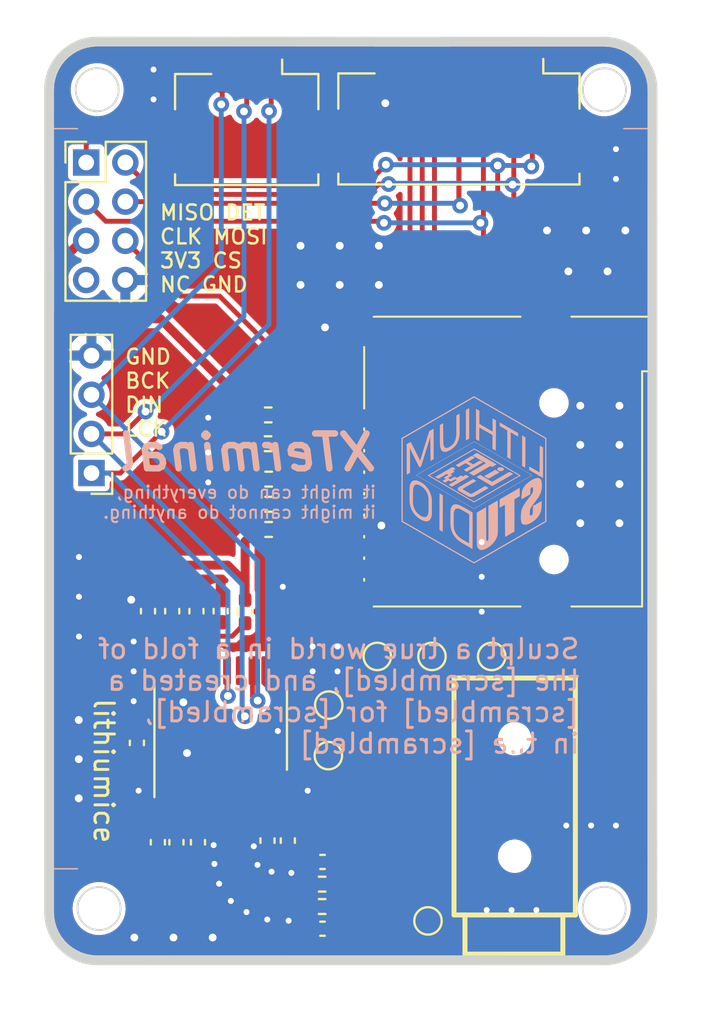
<source format=kicad_pcb>
(kicad_pcb (version 20211014) (generator pcbnew)
  (layers (0 "F.Cu" signal) (31 "B.Cu" signal) (34 "B.Paste" user) (35 "F.Paste" user) (36 "B.SilkS" user "B.Silkscreen") (37 "F.SilkS" user "F.Silkscreen") (38 "B.Mask" user) (39 "F.Mask" user) (44 "Edge.Cuts" user))
  (net 0 "")
  (net 1 "GND")
  (net 2 "+3.3VA")
  (net 3 "Net-(C6-Pad1)")
  (net 4 "Net-(C6-Pad2)")
  (net 5 "Net-(C7-Pad2)")
  (net 6 "Net-(C10-Pad2)")
  (net 8 "/SD_CS")
  (net 9 "/SD_MOSI")
  (net 10 "/SD_CLK")
  (net 11 "/SD_MISO")
  (net 13 "/SD_DET")
  (net 14 "/I2S_LCK")
  (net 15 "/I2S_DIN")
  (net 16 "/I2S_BCK")
  (net 17 "Net-(R6-Pad2)")
  (net 18 "Net-(R7-Pad2)")
  (net 19 "Net-(R8-Pad2)")
  (net 20 "Net-(TP2-Pad1)")
  (net 22 "/SKP_L")
  (net 23 "/SKP_R")
  (net 24 "/MIC")
  (footprint "Connector_Molex:Molex_CLIK-Mate_502382-0370_1x03-1MP_P1.25mm_Vertical" (layer "F.Cu") (at 174.94 83.06 180)
    (fp_text reference "J5" hide)
    (fp_text value "Conn_01x03")
    (pad "1" smd roundrect locked (at -1.25 1.95 180) (size 0.6 1.7) (layers "F.Cu" "F.Paste" "F.Mask") (net 14 "/I2S_LCK"))
    (pad "2" smd roundrect locked (at 0 1.95 180) (size 0.6 1.7) (layers "F.Cu" "F.Paste" "F.Mask") (net 15 "/I2S_DIN"))
    (pad "3" smd roundrect locked (at 1.25 1.95 180) (size 0.6 1.7) (layers "F.Cu" "F.Paste" "F.Mask") (net 16 "/I2S_BCK"))
    (pad "MP" smd roundrect locked (at 3.1 -1.4 180) (size 1 2.8) (layers "F.Cu" "F.Paste" "F.Mask"))
    (pad "MP" smd roundrect locked (at -3.1 -1.4 180) (size 1 2.8) (layers "F.Cu" "F.Paste" "F.Mask"))
  )
  (footprint "Package_SO:TSSOP-20_4.4x6.5mm_P0.65mm" (layer "F.Cu") (at 173.61 114.33 90)
    (fp_text reference "U1" hide)
    (fp_text value "PCM5102")
    (pad "1" smd roundrect locked (at -2.8625 -2.925 90) (size 1.475 0.4) (layers "F.Cu" "F.Paste" "F.Mask") (net 2 "+3.3VA"))
    (pad "2" smd roundrect locked (at -2.8625 -2.275 90) (size 1.475 0.4) (layers "F.Cu" "F.Paste" "F.Mask") (net 4 "Net-(C6-Pad2)"))
    (pad "3" smd roundrect locked (at -2.8625 -1.625 90) (size 1.475 0.4) (layers "F.Cu" "F.Paste" "F.Mask") (net 1 "GND"))
    (pad "4" smd roundrect locked (at -2.8625 -0.975 90) (size 1.475 0.4) (layers "F.Cu" "F.Paste" "F.Mask") (net 3 "Net-(C6-Pad1)"))
    (pad "5" smd roundrect locked (at -2.8625 -0.325 90) (size 1.475 0.4) (layers "F.Cu" "F.Paste" "F.Mask") (net 5 "Net-(C7-Pad2)"))
    (pad "6" smd roundrect locked (at -2.8625 0.325 90) (size 1.475 0.4) (layers "F.Cu" "F.Paste" "F.Mask") (net 18 "Net-(R7-Pad2)"))
    (pad "7" smd roundrect locked (at -2.8625 0.975 90) (size 1.475 0.4) (layers "F.Cu" "F.Paste" "F.Mask") (net 19 "Net-(R8-Pad2)"))
    (pad "8" smd roundrect locked (at -2.8625 1.625 90) (size 1.475 0.4) (layers "F.Cu" "F.Paste" "F.Mask") (net 2 "+3.3VA"))
    (pad "9" smd roundrect locked (at -2.8625 2.275 90) (size 1.475 0.4) (layers "F.Cu" "F.Paste" "F.Mask") (net 1 "GND"))
    (pad "10" smd roundrect locked (at -2.8625 2.925 90) (size 1.475 0.4) (layers "F.Cu" "F.Paste" "F.Mask") (net 1 "GND"))
    (pad "11" smd roundrect locked (at 2.8625 2.925 90) (size 1.475 0.4) (layers "F.Cu" "F.Paste" "F.Mask") (net 1 "GND"))
    (pad "12" smd roundrect locked (at 2.8625 2.275 90) (size 1.475 0.4) (layers "F.Cu" "F.Paste" "F.Mask") (net 20 "Net-(TP2-Pad1)"))
    (pad "13" smd roundrect locked (at 2.8625 1.625 90) (size 1.475 0.4) (layers "F.Cu" "F.Paste" "F.Mask") (net 16 "/I2S_BCK"))
    (pad "14" smd roundrect locked (at 2.8625 0.975 90) (size 1.475 0.4) (layers "F.Cu" "F.Paste" "F.Mask") (net 15 "/I2S_DIN"))
    (pad "15" smd roundrect locked (at 2.8625 0.325 90) (size 1.475 0.4) (layers "F.Cu" "F.Paste" "F.Mask") (net 14 "/I2S_LCK"))
    (pad "16" smd roundrect locked (at 2.8625 -0.325 90) (size 1.475 0.4) (layers "F.Cu" "F.Paste" "F.Mask") (net 1 "GND"))
    (pad "17" smd roundrect locked (at 2.8625 -0.975 90) (size 1.475 0.4) (layers "F.Cu" "F.Paste" "F.Mask") (net 17 "Net-(R6-Pad2)"))
    (pad "18" smd roundrect locked (at 2.8625 -1.625 90) (size 1.475 0.4) (layers "F.Cu" "F.Paste" "F.Mask") (net 6 "Net-(C10-Pad2)"))
    (pad "19" smd roundrect locked (at 2.8625 -2.275 90) (size 1.475 0.4) (layers "F.Cu" "F.Paste" "F.Mask") (net 1 "GND"))
    (pad "20" smd roundrect locked (at 2.8625 -2.925 90) (size 1.475 0.4) (layers "F.Cu" "F.Paste" "F.Mask") (net 2 "+3.3VA"))
  )
  (footprint "Capacitor_SMD:C_0402_1005Metric_Pad0.74x0.62mm_HandSolder" (layer "F.Cu") (at 171.135 108.4325 -90)
    (fp_text reference "C1" hide)
    (fp_text value "10uF")
    (pad "1" smd roundrect locked (at -0.5675 0 270) (size 0.735 0.62) (layers "F.Cu" "F.Paste" "F.Mask") (net 1 "GND"))
    (pad "2" smd roundrect locked (at 0.5675 0 270) (size 0.735 0.62) (layers "F.Cu" "F.Paste" "F.Mask") (net 2 "+3.3VA"))
  )
  (footprint "kicad_lceda:PJ327A" (layer "F.Cu") (at 188.6285 117.5475 90)
    (fp_text reference "PHONE1" hide)
    (fp_text value "PJ-327A")
    (pad "" np_thru_hole circle (at 2.6 0 180) (size 1.2 1.2) (drill oval 1.205 1.2) (layers *.Cu *.Mask))
    (pad "" np_thru_hole circle (at -3.4 0 180) (size 1.2 1.2) (drill oval 1.205 1.2) (layers *.Cu *.Mask))
    (pad "2" smd rect (at 3.1 3.5) (size 3 1.5) (layers "F.Cu" "F.Paste" "F.Mask") (net 22 "/SKP_L"))
    (pad "3" smd rect (at -3.8 3.5) (size 3 1.5) (layers "F.Cu" "F.Paste" "F.Mask") (net 1 "GND"))
    (pad "4" smd rect (at -4.7 -3.5) (size 3 1.5) (layers "F.Cu" "F.Paste" "F.Mask") (net 24 "/MIC"))
    (pad "5" smd rect (at -1.1 -3.5) (size 3 1.5) (layers "F.Cu" "F.Paste" "F.Mask") (net 23 "/SKP_R"))
    (pad "6" smd rect (at 4.7 -3.5) (size 3 1.5) (layers "F.Cu" "F.Paste" "F.Mask") (net 22 "/SKP_L"))
  )
  (footprint "Capacitor_SMD:C_0402_1005Metric_Pad0.74x0.62mm_HandSolder" (layer "F.Cu") (at 169.33 115.16 -90)
    (fp_text reference "C6" hide)
    (fp_text value "2.2uF")
    (pad "1" smd roundrect locked (at -0.5675 0 270) (size 0.735 0.62) (layers "F.Cu" "F.Paste" "F.Mask") (net 3 "Net-(C6-Pad1)"))
    (pad "2" smd roundrect locked (at 0.5675 0 270) (size 0.735 0.62) (layers "F.Cu" "F.Paste" "F.Mask") (net 4 "Net-(C6-Pad2)"))
  )
  (footprint "Capacitor_SMD:C_0402_1005Metric_Pad0.74x0.62mm_HandSolder" (layer "F.Cu") (at 178.8125 121.24)
    (fp_text reference "C12" hide)
    (fp_text value "2.2nF")
    (pad "1" smd roundrect locked (at -0.5675 0) (size 0.735 0.62) (layers "F.Cu" "F.Paste" "F.Mask") (net 1 "GND"))
    (pad "2" smd roundrect locked (at 0.5675 0) (size 0.735 0.62) (layers "F.Cu" "F.Paste" "F.Mask") (net 23 "/SKP_R"))
  )
  (footprint "TestPoint:TestPoint_Pad_D1.0mm" (layer "F.Cu") (at 179.11 115.81 90)
    (fp_text reference "TP1" hide)
    (fp_text value "TestPoint")
    (pad "1" smd circle locked (at 0 0 90) (size 1 1) (layers "F.Cu" "F.Mask") (net 17 "Net-(R6-Pad2)"))
  )
  (footprint "Capacitor_SMD:C_0402_1005Metric_Pad0.74x0.62mm_HandSolder" (layer "F.Cu") (at 169.8975 108.4325 -90)
    (fp_text reference "C3" hide)
    (fp_text value "100nF")
    (pad "1" smd roundrect locked (at -0.5675 0 270) (size 0.735 0.62) (layers "F.Cu" "F.Paste" "F.Mask") (net 1 "GND"))
    (pad "2" smd roundrect locked (at 0.5675 0 270) (size 0.735 0.62) (layers "F.Cu" "F.Paste" "F.Mask") (net 2 "+3.3VA"))
  )
  (footprint "Capacitor_SMD:C_0402_1005Metric_Pad0.74x0.62mm_HandSolder" (layer "F.Cu") (at 176 120.15 90)
    (fp_text reference "C5" hide)
    (fp_text value "100nF")
    (pad "1" smd roundrect locked (at -0.5675 0 90) (size 0.735 0.62) (layers "F.Cu" "F.Paste" "F.Mask") (net 1 "GND"))
    (pad "2" smd roundrect locked (at 0.5675 0 90) (size 0.735 0.62) (layers "F.Cu" "F.Paste" "F.Mask") (net 2 "+3.3VA"))
  )
  (footprint "TestPoint:TestPoint_Pad_D1.0mm" (layer "F.Cu") (at 184.404 110.744)
    (fp_text reference "TP6" hide)
    (fp_text value "TestPoint")
    (pad "1" smd circle locked (at 0 0) (size 1 1) (layers "F.Cu" "F.Mask") (net 1 "GND"))
  )
  (footprint "Capacitor_SMD:C_0402_1005Metric_Pad0.74x0.62mm_HandSolder" (layer "F.Cu") (at 171.35 120.2325 90)
    (fp_text reference "C2" hide)
    (fp_text value "10uF")
    (pad "1" smd roundrect locked (at -0.5675 0 90) (size 0.735 0.62) (layers "F.Cu" "F.Paste" "F.Mask") (net 1 "GND"))
    (pad "2" smd roundrect locked (at 0.5675 0 90) (size 0.735 0.62) (layers "F.Cu" "F.Paste" "F.Mask") (net 2 "+3.3VA"))
  )
  (footprint "TestPoint:TestPoint_Pad_D1.0mm" (layer "F.Cu") (at 181.61 110.744)
    (fp_text reference "TP5" hide)
    (fp_text value "TestPoint")
    (pad "1" smd circle locked (at 0 0) (size 1 1) (layers "F.Cu" "F.Mask") (net 23 "/SKP_R"))
  )
  (footprint "Resistor_SMD:R_0402_1005Metric_Pad0.72x0.64mm_HandSolder" (layer "F.Cu") (at 178.7925 122.373333 180)
    (fp_text reference "R8" hide)
    (fp_text value "470R")
    (pad "1" smd roundrect locked (at -0.5975 0 180) (size 0.715 0.64) (layers "F.Cu" "F.Paste" "F.Mask") (net 23 "/SKP_R"))
    (pad "2" smd roundrect locked (at 0.5975 0 180) (size 0.715 0.64) (layers "F.Cu" "F.Paste" "F.Mask") (net 19 "Net-(R8-Pad2)"))
  )
  (footprint "Capacitor_SMD:C_0402_1005Metric_Pad0.74x0.62mm_HandSolder" (layer "F.Cu") (at 177.04 120.15 90)
    (fp_text reference "C8" hide)
    (fp_text value "10uF")
    (pad "1" smd roundrect locked (at -0.5675 0 90) (size 0.735 0.62) (layers "F.Cu" "F.Paste" "F.Mask") (net 1 "GND"))
    (pad "2" smd roundrect locked (at 0.5675 0 90) (size 0.735 0.62) (layers "F.Cu" "F.Paste" "F.Mask") (net 2 "+3.3VA"))
  )
  (footprint "Capacitor_SMD:C_0402_1005Metric_Pad0.74x0.62mm_HandSolder" (layer "F.Cu") (at 172.45 120.2325 90)
    (fp_text reference "C7" hide)
    (fp_text value "2.2uF")
    (pad "1" smd roundrect locked (at -0.5675 0 90) (size 0.735 0.62) (layers "F.Cu" "F.Paste" "F.Mask") (net 1 "GND"))
    (pad "2" smd roundrect locked (at 0.5675 0 90) (size 0.735 0.62) (layers "F.Cu" "F.Paste" "F.Mask") (net 5 "Net-(C7-Pad2)"))
  )
  (footprint "Capacitor_SMD:C_0402_1005Metric_Pad0.74x0.62mm_HandSolder" (layer "F.Cu") (at 170.4 120.2325 90)
    (fp_text reference "C4" hide)
    (fp_text value "100nF")
    (pad "1" smd roundrect locked (at -0.5675 0 90) (size 0.735 0.62) (layers "F.Cu" "F.Paste" "F.Mask") (net 1 "GND"))
    (pad "2" smd roundrect locked (at 0.5675 0 90) (size 0.735 0.62) (layers "F.Cu" "F.Paste" "F.Mask") (net 2 "+3.3VA"))
  )
  (footprint "Resistor_SMD:R_0402_1005Metric_Pad0.72x0.64mm_HandSolder" (layer "F.Cu") (at 176.04 98.41)
    (fp_text reference "R1" hide)
    (fp_text value "10K")
    (pad "1" smd roundrect locked (at -0.5975 0) (size 0.715 0.64) (layers "F.Cu" "F.Paste" "F.Mask") (net 2 "+3.3VA"))
    (pad "2" smd roundrect locked (at 0.5975 0) (size 0.715 0.64) (layers "F.Cu" "F.Paste" "F.Mask") (net 8 "/SD_CS"))
  )
  (footprint "Resistor_SMD:R_0402_1005Metric_Pad0.72x0.64mm_HandSolder" (layer "F.Cu") (at 174.8575 108.4525 -90)
    (fp_text reference "R6" hide)
    (fp_text value "10K")
    (pad "1" smd roundrect locked (at -0.5975 0 270) (size 0.715 0.64) (layers "F.Cu" "F.Paste" "F.Mask") (net 2 "+3.3VA"))
    (pad "2" smd roundrect locked (at 0.5975 0 270) (size 0.715 0.64) (layers "F.Cu" "F.Paste" "F.Mask") (net 17 "Net-(R6-Pad2)"))
  )
  (footprint "Resistor_SMD:R_0402_1005Metric_Pad0.72x0.64mm_HandSolder" (layer "F.Cu") (at 176.061 102.975)
    (fp_text reference "R4" hide)
    (fp_text value "10K")
    (pad "1" smd roundrect locked (at -0.5975 0) (size 0.715 0.64) (layers "F.Cu" "F.Paste" "F.Mask") (net 2 "+3.3VA"))
    (pad "2" smd roundrect locked (at 0.5975 0) (size 0.715 0.64) (layers "F.Cu" "F.Paste" "F.Mask") (net 11 "/SD_MISO"))
  )
  (footprint "Connector_PinHeader_2.00mm:PinHeader_2x04_P2.00mm_Vertical" (layer "F.Cu") (at 166.74 85.52)
    (fp_text reference "J2" hide)
    (fp_text value "Conn_01x08")
    (pad "1" thru_hole rect locked (at 0 0) (size 1.35 1.35) (drill 0.8) (layers *.Cu *.Mask) (net 11 "/SD_MISO"))
    (pad "2" thru_hole oval locked (at 2 0) (size 1.35 1.35) (drill 0.8) (layers *.Cu *.Mask) (net 13 "/SD_DET"))
    (pad "3" thru_hole oval locked (at 0 2) (size 1.35 1.35) (drill 0.8) (layers *.Cu *.Mask) (net 10 "/SD_CLK"))
    (pad "4" thru_hole oval locked (at 2 2) (size 1.35 1.35) (drill 0.8) (layers *.Cu *.Mask) (net 9 "/SD_MOSI"))
    (pad "5" thru_hole oval locked (at 0 4) (size 1.35 1.35) (drill 0.8) (layers *.Cu *.Mask) (net 2 "+3.3VA"))
    (pad "6" thru_hole oval locked (at 2 4) (size 1.35 1.35) (drill 0.8) (layers *.Cu *.Mask) (net 8 "/SD_CS"))
    (pad "7" thru_hole oval locked (at 0 6) (size 1.35 1.35) (drill 0.8) (layers *.Cu *.Mask))
    (pad "8" thru_hole oval locked (at 2 6) (size 1.35 1.35) (drill 0.8) (layers *.Cu *.Mask) (net 1 "GND"))
  )
  (footprint "Resistor_SMD:R_0402_1005Metric_Pad0.72x0.64mm_HandSolder" (layer "F.Cu") (at 178.7925 123.516666 180)
    (fp_text reference "R7" hide)
    (fp_text value "470R")
    (pad "1" smd roundrect locked (at -0.5975 0 180) (size 0.715 0.64) (layers "F.Cu" "F.Paste" "F.Mask") (net 22 "/SKP_L"))
    (pad "2" smd roundrect locked (at 0.5975 0 180) (size 0.715 0.64) (layers "F.Cu" "F.Paste" "F.Mask") (net 18 "Net-(R7-Pad2)"))
  )
  (footprint "TestPoint:TestPoint_Pad_D1.0mm" (layer "F.Cu") (at 184.2 124.25)
    (fp_text reference "TP3" hide)
    (fp_text value "TestPoint")
    (pad "1" smd circle locked (at 0 0) (size 1 1) (layers "F.Cu" "F.Mask") (net 24 "/MIC"))
  )
  (footprint "Capacitor_SMD:C_0402_1005Metric_Pad0.74x0.62mm_HandSolder" (layer "F.Cu") (at 173.61 108.4325 -90)
    (fp_text reference "C10" hide)
    (fp_text value "10uF")
    (pad "1" smd roundrect locked (at -0.5675 0 270) (size 0.735 0.62) (layers "F.Cu" "F.Paste" "F.Mask") (net 1 "GND"))
    (pad "2" smd roundrect locked (at 0.5675 0 270) (size 0.735 0.62) (layers "F.Cu" "F.Paste" "F.Mask") (net 6 "Net-(C10-Pad2)"))
  )
  (footprint "TestPoint:TestPoint_Pad_D1.0mm" (layer "F.Cu") (at 187.452 110.744)
    (fp_text reference "TP4" hide)
    (fp_text value "TestPoint")
    (pad "1" smd circle locked (at 0 0) (size 1 1) (layers "F.Cu" "F.Mask") (net 22 "/SKP_L"))
  )
  (footprint "Resistor_SMD:R_0402_1005Metric_Pad0.72x0.64mm_HandSolder" (layer "F.Cu") (at 176.061 104.26)
    (fp_text reference "R5" hide)
    (fp_text value "10K")
    (pad "1" smd roundrect locked (at -0.5975 0) (size 0.715 0.64) (layers "F.Cu" "F.Paste" "F.Mask") (net 2 "+3.3VA"))
    (pad "2" smd roundrect locked (at 0.5975 0) (size 0.715 0.64) (layers "F.Cu" "F.Paste" "F.Mask") (net 13 "/SD_DET"))
  )
  (footprint "Connector_PinHeader_2.00mm:PinHeader_1x04_P2.00mm_Vertical" (layer "F.Cu") (at 167.01 101.38 180)
    (fp_text reference "J3" hide)
    (fp_text value "Conn_01x04")
    (pad "1" thru_hole rect locked (at 0 0 180) (size 1.35 1.35) (drill 0.8) (layers *.Cu *.Mask) (net 14 "/I2S_LCK"))
    (pad "2" thru_hole oval locked (at 0 2 180) (size 1.35 1.35) (drill 0.8) (layers *.Cu *.Mask) (net 15 "/I2S_DIN"))
    (pad "3" thru_hole oval locked (at 0 4 180) (size 1.35 1.35) (drill 0.8) (layers *.Cu *.Mask) (net 16 "/I2S_BCK"))
    (pad "4" thru_hole oval locked (at 0 6 180) (size 1.35 1.35) (drill 0.8) (layers *.Cu *.Mask) (net 1 "GND"))
  )
  (footprint "Connector_Molex:Molex_CLIK-Mate_502382-0770_1x07-1MP_P1.25mm_Vertical" (layer "F.Cu") (at 185.78 83.03 180)
    (fp_text reference "J4" hide)
    (fp_text value "Conn_01x07")
    (pad "1" smd roundrect locked (at -3.75 1.95 180) (size 0.6 1.7) (layers "F.Cu" "F.Paste" "F.Mask") (net 11 "/SD_MISO"))
    (pad "2" smd roundrect locked (at -2.5 1.95 180) (size 0.6 1.7) (layers "F.Cu" "F.Paste" "F.Mask") (net 13 "/SD_DET"))
    (pad "3" smd roundrect locked (at -1.25 1.95 180) (size 0.6 1.7) (layers "F.Cu" "F.Paste" "F.Mask") (net 10 "/SD_CLK"))
    (pad "4" smd roundrect locked (at 0 1.95 180) (size 0.6 1.7) (layers "F.Cu" "F.Paste" "F.Mask") (net 9 "/SD_MOSI"))
    (pad "5" smd roundrect locked (at 1.25 1.95 180) (size 0.6 1.7) (layers "F.Cu" "F.Paste" "F.Mask") (net 2 "+3.3VA"))
    (pad "6" smd roundrect locked (at 2.5 1.95 180) (size 0.6 1.7) (layers "F.Cu" "F.Paste" "F.Mask") (net 8 "/SD_CS"))
    (pad "7" smd roundrect locked (at 3.75 1.95 180) (size 0.6 1.7) (layers "F.Cu" "F.Paste" "F.Mask") (net 1 "GND"))
    (pad "MP" smd roundrect locked (at 5.6 -1.4 180) (size 1 2.8) (layers "F.Cu" "F.Paste" "F.Mask"))
    (pad "MP" smd roundrect locked (at -5.6 -1.4 180) (size 1 2.8) (layers "F.Cu" "F.Paste" "F.Mask"))
  )
  (footprint "TestPoint:TestPoint_Pad_D1.0mm" (layer "F.Cu") (at 179.13 113.23 90)
    (fp_text reference "TP2" hide)
    (fp_text value "TestPoint")
    (pad "1" smd circle locked (at 0 0 90) (size 1 1) (layers "F.Cu" "F.Mask") (net 20 "Net-(TP2-Pad1)"))
  )
  (footprint "Resistor_SMD:R_0402_1005Metric_Pad0.72x0.64mm_HandSolder" (layer "F.Cu") (at 176.061 101.69)
    (fp_text reference "R3" hide)
    (fp_text value "10K")
    (pad "1" smd roundrect locked (at -0.5975 0) (size 0.715 0.64) (layers "F.Cu" "F.Paste" "F.Mask") (net 2 "+3.3VA"))
    (pad "2" smd roundrect locked (at 0.5975 0) (size 0.715 0.64) (layers "F.Cu" "F.Paste" "F.Mask") (net 10 "/SD_CLK"))
  )
  (footprint "Resistor_SMD:R_0402_1005Metric_Pad0.72x0.64mm_HandSolder" (layer "F.Cu") (at 176.03 99.88)
    (fp_text reference "R2" hide)
    (fp_text value "10K")
    (pad "1" smd roundrect locked (at -0.5975 0) (size 0.715 0.64) (layers "F.Cu" "F.Paste" "F.Mask") (net 2 "+3.3VA"))
    (pad "2" smd roundrect locked (at 0.5975 0) (size 0.715 0.64) (layers "F.Cu" "F.Paste" "F.Mask") (net 9 "/SD_MOSI"))
  )
  (footprint "kicad_lceda:TF-SMD_TF-015" (layer "F.Cu") (at 185.08 100.88 90)
    (fp_text reference "J1" hide)
    (fp_text value "Micro_SD_Card_Det")
    (pad "" np_thru_hole circle locked (at -4.915 5.557 90) (size 1 1) (drill oval 1) (layers *.Cu *.Mask))
    (pad "" np_thru_hole circle locked (at 3.084 5.554 90) (size 1 1) (drill oval 1) (layers *.Cu *.Mask))
    (pad "1" smd rect locked (at 2.292 -5.145 270) (size 0.7 2) (layers "F.Cu" "F.Paste" "F.Mask"))
    (pad "2" smd rect locked (at 1.192 -5.143 270) (size 0.7 2) (layers "F.Cu" "F.Paste" "F.Mask") (net 8 "/SD_CS"))
    (pad "3" smd rect locked (at 0.096 -5.145 270) (size 0.7 2) (layers "F.Cu" "F.Paste" "F.Mask") (net 9 "/SD_MOSI"))
    (pad "4" smd rect locked (at -1.004 -5.145 270) (size 0.7 2) (layers "F.Cu" "F.Paste" "F.Mask") (net 2 "+3.3VA"))
    (pad "5" smd rect locked (at -2.103 -5.145 270) (size 0.7 2) (layers "F.Cu" "F.Paste" "F.Mask") (net 10 "/SD_CLK"))
    (pad "6" smd rect locked (at -3.201 -5.145 270) (size 0.7 2) (layers "F.Cu" "F.Paste" "F.Mask") (net 1 "GND"))
    (pad "7" smd rect locked (at -4.297 -5.145 270) (size 0.7 2) (layers "F.Cu" "F.Paste" "F.Mask") (net 11 "/SD_MISO"))
    (pad "8" smd rect locked (at -5.395 -5.145 270) (size 0.7 2) (layers "F.Cu" "F.Paste" "F.Mask"))
    (pad "9" smd rect locked (at -6.499 -5.145 270) (size 0.7 2) (layers "F.Cu" "F.Paste" "F.Mask") (net 13 "/SD_DET"))
    (pad "10" smd rect locked (at -7.747 -4.507 270) (size 1.27 1.397) (layers "F.Cu" "F.Paste" "F.Mask") (net 1 "GND"))
    (pad "10" smd rect locked (at -7.747 5.145 270) (size 1.27 2.286) (layers "F.Cu" "F.Paste" "F.Mask") (net 1 "GND"))
    (pad "10" smd rect locked (at 6.985 -4.507 270) (size 1.778 1.397) (layers "F.Cu" "F.Paste" "F.Mask") (net 1 "GND"))
    (pad "10" smd rect locked (at 7.747 5.145 270) (size 1.27 2.286) (layers "F.Cu" "F.Paste" "F.Mask") (net 1 "GND"))
  )
  (footprint "Capacitor_SMD:C_0402_1005Metric_Pad0.74x0.62mm_HandSolder" (layer "F.Cu") (at 178.8125 124.65 180)
    (fp_text reference "C11" hide)
    (fp_text value "2.2nF")
    (pad "1" smd roundrect locked (at -0.5675 0 180) (size 0.735 0.62) (layers "F.Cu" "F.Paste" "F.Mask") (net 22 "/SKP_L"))
    (pad "2" smd roundrect locked (at 0.5675 0 180) (size 0.735 0.62) (layers "F.Cu" "F.Paste" "F.Mask") (net 1 "GND"))
  )
  (footprint "Capacitor_SMD:C_0402_1005Metric_Pad0.74x0.62mm_HandSolder" (layer "F.Cu") (at 172.3725 108.4325 -90)
    (fp_text reference "C9" hide)
    (fp_text value "100nF")
    (pad "1" smd roundrect locked (at -0.5675 0 270) (size 0.735 0.62) (layers "F.Cu" "F.Paste" "F.Mask") (net 1 "GND"))
    (pad "2" smd roundrect locked (at 0.5675 0 270) (size 0.735 0.62) (layers "F.Cu" "F.Paste" "F.Mask") (net 6 "Net-(C10-Pad2)"))
  )
  (footprint "1.XTerminal:lithiumstudio" (layer "B.Cu") (at 186.182 101.6 180)
    (fp_text reference "G***" hide)
    (fp_text value "LOGO" hide)
  )
  (gr_line (start 164.7 83.79) (end 164.7 85.39) (layer "B.SilkS") (width 0.0762))
  (gr_line (start 195.8 83.79) (end 194.2 83.79) (layer "B.SilkS") (width 0.0762))
  (gr_line (start 195.8 83.79) (end 195.8 85.39) (layer "B.SilkS") (width 0.0762))
  (gr_line (start 164.7 121.59) (end 166.3 121.59) (layer "B.SilkS") (width 0.0762))
  (gr_line (start 164.7 83.79) (end 166.3 83.79) (layer "B.SilkS") (width 0.0762))
  (gr_line (start 164.7 121.59) (end 164.7 119.99) (layer "B.SilkS") (width 0.0762))
  (gr_line locked (start 167.315842 79.342949) (end 193.212335 79.348753) (layer "Edge.Cuts") (width 0.5))
  (gr_arc locked (start 195.658307 123.808802) (mid 194.933029 125.55183) (end 193.185363 126.265858) (layer "Edge.Cuts") (width 0.5))
  (gr_arc locked (start 167.301204 126.264082) (mid 165.558176 125.538804) (end 164.844148 123.791138) (layer "Edge.Cuts") (width 0.5))
  (gr_line locked (start 193.185363 126.265858) (end 167.291202 126.264082) (layer "Edge.Cuts") (width 0.5))
  (gr_circle locked (center 167.3 81.8) (end 168.4 81.8) (layer "Edge.Cuts") (width 0.1) (fill none))
  (gr_arc locked (start 164.842898 81.800005) (mid 165.568175 80.056976) (end 167.315842 79.342949) (layer "Edge.Cuts") (width 0.5))
  (gr_line locked (start 195.669391 81.821697) (end 195.658307 123.808802) (layer "Edge.Cuts") (width 0.5))
  (gr_circle locked (center 167.398176 123.618804) (end 168.498176 123.618804) (layer "Edge.Cuts") (width 0.1) (fill none))
  (gr_line locked (start 164.844148 123.778804) (end 164.842898 81.800005) (layer "Edge.Cuts") (width 0.5))
  (gr_circle locked (center 193.201202 123.605858) (end 194.301202 123.605858) (layer "Edge.Cuts") (width 0.1) (fill none))
  (gr_arc locked (start 193.212335 79.348753) (mid 194.955363 80.074031) (end 195.669391 81.821697) (layer "Edge.Cuts") (width 0.5))
  (gr_circle locked (center 193.212337 81.805858) (end 194.312337 81.805858) (layer "Edge.Cuts") (width 0.1) (fill none))
  (gr_text "XTerminal" (at 175.006 100.33) (layer "B.SilkS") (effects (font (size 1.778 1.778) (thickness 0.3302) italic) (justify mirror)))
  (gr_text "it might can do everything,\nit might cannot do anything." (at 181.61 102.87) (layer "B.SilkS") (effects (font (size 0.635 0.635) (thickness 0.1016)) (justify left mirror)))
  (gr_text "Sculpt a true world in a fold of \nthe [scrambled], and created a \n[scrambled] for [scrambled], \nin the [scrambled]" (at 192.024 112.776) (layer "B.SilkS") (effects (font (size 1 1)) (justify left mirror)))
  (gr_text "MISO DET\nCLK MOSI\n3V3 CS\nNC GND" (at 170.434 89.916) (layer "F.SilkS") (effects (font (size 0.762 0.762) (thickness 0.127)) (justify left)))
  (gr_text "lithiumice" (at 167.64 116.586 270) (layer "F.SilkS") (effects (font (size 1 1))))
  (gr_text "GND\nBCK\nDIN\nLCK" (at 168.656 97.282) (layer "F.SilkS") (effects (font (size 0.762 0.762) (thickness 0.127)) (justify left)))
  (segment (start 176.52 110.16) (end 176.535 110.145) (width 0.25) (layer "F.Cu") (net 1))
  (segment (start 178.985 93.895) (end 178.94 93.94) (width 0.25) (layer "F.Cu") (net 1))
  (segment (start 177.363 108.627) (end 176.535 109.455) (width 0.25) (layer "F.Cu") (net 1))
  (segment (start 169.8975 107.865) (end 169.055 107.865) (width 0.25) (layer "F.Cu") (net 1))
  (segment (start 181.799 104.081) (end 181.82 104.06) (width 0.25) (layer "F.Cu") (net 1))
  (segment (start 171.985 115.845) (end 171.99 115.84) (width 0.25) (layer "F.Cu") (net 1))
  (segment (start 180.573 93.895) (end 178.985 93.895) (width 0.25) (layer "F.Cu") (net 1))
  (segment (start 182.03 81.08) (end 182.03 82.48) (width 0.25) (layer "F.Cu") (net 1))
  (segment (start 176.535 109.455) (end 176.535 110.145) (width 0.25) (layer "F.Cu") (net 1))
  (segment (start 173.27 110.38) (end 173.49 110.16) (width 0.25) (layer "F.Cu") (net 1))
  (segment (start 173.49 110.16) (end 176.52 110.16) (width 0.25) (layer "F.Cu") (net 1))
  (segment (start 182.03 82.48) (end 182.02 82.49) (width 0.25) (layer "F.Cu") (net 1))
  (segment (start 171.335 112.718489) (end 171.701456 113.084945) (width 0.25) (layer "F.Cu") (net 1))
  (segment (start 177.04 120.7175) (end 177.7225 120.7175) (width 0.25) (layer "F.Cu") (net 1))
  (segment (start 173.61 107.865) (end 169.8975 107.865) (width 0.25) (layer "F.Cu") (net 1))
  (segment (start 171.985 117.1925) (end 171.985 115.845) (width 0.25) (layer "F.Cu") (net 1))
  (segment (start 171.99 115.78) (end 171.89 115.68) (width 0.25) (layer "F.Cu") (net 1))
  (segment (start 180.573 108.627) (end 177.363 108.627) (width 0.25) (layer "F.Cu") (net 1))
  (segment (start 179.935 104.081) (end 181.799 104.081) (width 0.25) (layer "F.Cu") (net 1))
  (segment (start 169.055 107.865) (end 169.04 107.85) (width 0.25) (layer "F.Cu") (net 1))
  (segment (start 173.285 111.4675) (end 173.285 110.779639) (width 0.25) (layer "F.Cu") (net 1))
  (segment (start 177.7225 120.7175) (end 178.245 121.24) (width 0.25) (layer "F.Cu") (net 1))
  (segment (start 171.99 115.84) (end 171.99 115.78) (width 0.25) (layer "F.Cu") (net 1))
  (segment (start 171.335 111.4675) (end 171.335 112.718489) (width 0.25) (layer "F.Cu") (net 1))
  (segment (start 173.285 110.779639) (end 173.27 110.764639) (width 0.25) (layer "F.Cu") (net 1))
  (segment (start 173.27 110.764639) (end 173.27 110.38) (width 0.25) (layer "F.Cu") (net 1))
  (segment (start 176.535 110.145) (end 176.535 111.4675) (width 0.25) (layer "F.Cu") (net 1))
  (via (at 193.37 91.08) (size 0.8) (drill 0.4) (layers "F.Cu" "B.Cu") (net 1))
  (via (at 191.262 119.38) (size 0.6096) (drill 0.3048) (layers "F.Cu" "B.Cu") (net 1))
  (via (at 169.164 109.982) (size 0.6096) (drill 0.3048) (layers "F.Cu" "B.Cu") (net 1))
  (via (at 171.701456 113.084945) (size 0.8) (drill 0.4) (layers "F.Cu" "B.Cu") (net 1))
  (via (at 166.37 109.728) (size 0.6096) (drill 0.3048) (layers "F.Cu" "B.Cu") (net 1))
  (via (at 172.974 100.33) (size 0.6096) (drill 0.3048) (layers "F.Cu" "B.Cu") (net 1))
  (via (at 186.944 104.902) (size 0.6096) (drill 0.3048) (layers "F.Cu" "B.Cu") (net 1))
  (via (at 191.37 91.08) (size 0.8) (drill 0.4) (layers "F.Cu" "B.Cu") (net 1))
  (via (at 178.308 110.236) (size 0.6096) (drill 0.3048) (layers "F.Cu" "B.Cu") (net 1))
  (via (at 178.94 93.94) (size 0.8) (drill 0.4) (layers "F.Cu" "B.Cu") (net 1))
  (via (at 171.2 125.1) (size 0.8) (drill 0.4) (layers "F.Cu" "B.Cu") (net 1))
  (via (at 193.802 84.836) (size 0.6096) (drill 0.3048) (layers "F.Cu" "B.Cu") (net 1))
  (via (at 178.308 111.506) (size 0.6096) (drill 0.3048) (layers "F.Cu" "B.Cu") (net 1))
  (via (at 175.49 121.39) (size 0.6096) (drill 0.3048) (layers "F.Cu" "B.Cu") (net 1))
  (via (at 169.04 107.85) (size 0.8) (drill 0.4) (layers "F.Cu" "B.Cu") (net 1))
  (via (at 179.578 111.506) (size 0.6096) (drill 0.3048) (layers "F.Cu" "B.Cu") (net 1))
  (via (at 178.054 117.602) (size 0.6096) (drill 0.3048) (layers "F.Cu" "B.Cu") (net 1))
  (via (at 191.98 99.94) (size 0.8) (drill 0.4) (layers "F.Cu" "B.Cu") (net 1))
  (via (at 177.69 91.77) (size 0.8) (drill 0.4) (layers "F.Cu" "B.Cu") (net 1))
  (via (at 173.2 125.1) (size 0.8) (drill 0.4) (layers "F.Cu" "B.Cu") (net 1))
  (via (at 169.164 111.506) (size 0.6096) (drill 0.3048) (layers "F.Cu" "B.Cu") (net 1))
  (via (at 169.418 117.602) (size 0.6096) (drill 0.3048) (layers "F.Cu" "B.Cu") (net 1))
  (via (at 166.37 105.664) (size 0.6096) (drill 0.3048) (layers "F.Cu" "B.Cu") (net 1))
  (via (at 187.198 123.698) (size 0.6096) (drill 0.3048) (layers "F.Cu" "B.Cu") (net 1))
  (via (at 176.21 121.74) (size 0.6096) (drill 0.3048) (layers "F.Cu" "B.Cu") (net 1))
  (via (at 193.98 97.94) (size 0.8) (drill 0.4) (layers "F.Cu" "B.Cu") (net 1))
  (via (at 191.98 103.94) (size 0.8) (drill 0.4) (layers "F.Cu" "B.Cu") (net 1))
  (via (at 179.69 89.77) (size 0.8) (drill 0.4) (layers "F.Cu" "B.Cu") (net 1))
  (via (at 189.738 123.698) (size 0.6096) (drill 0.3048) (layers "F.Cu" "B.Cu") (net 1))
  (via (at 176.784 107.188) (size 0.6096) (drill 0.3048) (layers "F.Cu" "B.Cu") (net 1))
  (via (at 173.29 121.34) (size 0.6096) (drill 0.3048) (layers "F.Cu" "B.Cu") (net 1))
  (via (at 166.37 107.696) (size 0.6096) (drill 0.3048) (layers "F.Cu" "B.Cu") (net 1))
  (via (at 190.28 88.99) (size 0.8) (drill 0.4) (layers "F.Cu" "B.Cu") (net 1))
  (via (at 171.89 115.68) (size 0.8) (drill 0.4) (layers "F.Cu" "B.Cu") (net 1))
  (via (at 191.98 101.94) (size 0.8) (drill 0.4) (layers "F.Cu" "B.Cu") (net 1))
  (via (at 191.98 97.94) (size 0.8) (drill 0.4) (layers "F.Cu" "B.Cu") (net 1))
  (via (at 177.69 89.77) (size 0.8) (drill 0.4) (layers "F.Cu" "B.Cu") (net 1))
  (via (at 179.69 91.77) (size 0.8) (drill 0.4) (layers "F.Cu" "B.Cu") (net 1))
  (via (at 166.36 115.99) (size 0.8) (drill 0.4) (layers "F.Cu" "B.Cu") (net 1))
  (via (at 170.18 82.296) (size 0.6096) (drill 0.3048) (layers "F.Cu" "B.Cu") (net 1))
  (via (at 181.82 104.06) (size 0.8) (drill 0.4) (layers "F.Cu" "B.Cu") (net 1))
  (via (at 186.944 108.458) (size 0.6096) (drill 0.3048) (layers "F.Cu" "B.Cu") (net 1))
  (via (at 194.28 88.99) (size 0.8) (drill 0.4) (layers "F.Cu" "B.Cu") (net 1))
  (via (at 175.99 124.18) (size 0.6096) (drill 0.3048) (layers "F.Cu" "B.Cu") (net 1))
  (via (at 177.08 124.24) (size 0.6096) (drill 0.3048) (layers "F.Cu" "B.Cu") (net 1))
  (via (at 193.98 101.94) (size 0.8) (drill 0.4) (layers "F.Cu" "B.Cu") (net 1))
  (via (at 193.98 103.94) (size 0.8) (drill 0.4) (layers "F.Cu" "B.Cu") (net 1))
  (via (at 169.2 125.1) (size 0.8) (drill 0.4) (layers "F.Cu" "B.Cu") (net 1))
  (via (at 188.468 123.698) (size 0.6096) (drill 0.3048) (layers "F.Cu" "B.Cu") (net 1))
  (via (at 176.53 114.554) (size 0.6096) (drill 0.3048) (layers "F.Cu" "B.Cu") (net 1))
  (via (at 192.28 88.99) (size 0.8) (drill 0.4) (layers "F.Cu" "B.Cu") (net 1))
  (via (at 169.164 113.03) (size 0.6096) (drill 0.3048) (layers "F.Cu" "B.Cu") (net 1))
  (via (at 181.69 91.77) (size 0.8) (drill 0.4) (layers "F.Cu" "B.Cu") (net 1))
  (via (at 172.974 101.854) (size 0.6096) (drill 0.3048) (layers "F.Cu" "B.Cu") (net 1))
  (via (at 179.578 110.236) (size 0.6096) (drill 0.3048) (layers "F.Cu" "B.Cu") (net 1))
  (via (at 166.36 113.99) (size 0.8) (drill 0.4) (layers "F.Cu" "B.Cu") (net 1))
  (via (at 193.802 119.38) (size 0.6096) (drill 0.3048) (layers "F.Cu" "B.Cu") (net 1))
  (via (at 174.93 123.8) (size 0.6096) (drill 0.3048) (layers "F.Cu" "B.Cu") (net 1))
  (via (at 173.25 120.38) (size 0.6096) (drill 0.3048) (layers "F.Cu" "B.Cu") (net 1))
  (via (at 181.69 89.77) (size 0.8) (drill 0.4) (layers "F.Cu" "B.Cu") (net 1))
  (via (at 166.36 117.99) (size 0.8) (drill 0.4) (layers "F.Cu" "B.Cu") (net 1))
  (via (at 193.802 86.36) (size 0.6096) (drill 0.3048) (layers "F.Cu" "B.Cu") (net 1))
  (via (at 173.53 122.35) (size 0.6096) (drill 0.3048) (layers "F.Cu" "B.Cu") (net 1))
  (via (at 193.98 99.94) (size 0.8) (drill 0.4) (layers "F.Cu" "B.Cu") (net 1))
  (via (at 177.22 121.8) (size 0.6096) (drill 0.3048) (layers "F.Cu" "B.Cu") (net 1))
  (via (at 172.974 98.552) (size 0.6096) (drill 0.3048) (layers "F.Cu" "B.Cu") (net 1))
  (via (at 175.3 120.44) (size 0.6096) (drill 0.3048) (layers "F.Cu" "B.Cu") (net 1))
  (via (at 186.944 106.68) (size 0.6096) (drill 0.3048) (layers "F.Cu" "B.Cu") (net 1))
  (via (at 170.18 80.772) (size 0.6096) (drill 0.3048) (layers "F.Cu" "B.Cu") (net 1))
  (via (at 192.532 119.38) (size 0.6096) (drill 0.3048) (layers "F.Cu" "B.Cu") (net 1))
  (via (at 174.13 123.23) (size 0.6096) (drill 0.3048) (layers "F.Cu" "B.Cu") (net 1))
  (via (at 182.02 82.49) (size 0.8) (drill 0.4) (layers "F.Cu" "B.Cu") (net 1))
  (segment (start 174.8575 107.855) (end 174.8575 106.9775) (width 0.4572) (layer "F.Cu") (net 2))
  (segment (start 170.5325 93.5) (end 175.4425 98.41) (width 0.4572) (layer "F.Cu") (net 2))
  (segment (start 165.608 92.71) (end 166.398 93.5) (width 0.4572) (layer "F.Cu") (net 2))
  (segment (start 173.96 106.08) (end 168.7 106.08) (width 0.4572) (layer "F.Cu") (net 2))
  (segment (start 175.51 99.88) (end 175.4325 99.88) (width 0.25) (layer "F.Cu") (net 2))
  (segment (start 171.35 119.665) (end 170.4 119.665) (width 0.4572) (layer "F.Cu") (net 2))
  (segment (start 184.53 100.97) (end 184.53 81.08) (width 0.25) (layer "F.Cu") (net 2))
  (segment (start 175.235 117.1925) (end 175.235 116.035) (width 0.4572) (layer "F.Cu") (net 2))
  (segment (start 174.8575 104.866) (end 175.4635 104.26) (width 0.4572) (layer "F.Cu") (net 2))
  (segment (start 174.7 115.5) (end 173.75 115.5) (width 0.4572) (layer "F.Cu") (net 2))
  (segment (start 177.04 119.5825) (end 176 119.5825) (width 0.4572) (layer "F.Cu") (net 2))
  (segment (start 168.7 106.08) (end 167.97 106.81) (width 0.4572) (layer "F.Cu") (net 2))
  (segment (start 175.235 118.8175) (end 175.235 117.1925) (width 0.4572) (layer "F.Cu") (net 2))
  (segment (start 170.685 113.2396) (end 170.685 111.4675) (width 0.4572) (layer "F.Cu") (net 2))
  (segment (start 174.8575 107.855) (end 174.8575 104.866) (width 0.4572) (layer "F.Cu") (net 2))
  (segment (start 172.184501 113.934501) (end 171.379901 113.934501) (width 0.4572) (layer "F.Cu") (net 2))
  (segment (start 173.75 115.5) (end 172.184501 113.934501) (width 0.4572) (layer "F.Cu") (net 2))
  (segment (start 170.685 119.38) (end 170.4 119.665) (width 0.4572) (layer "F.Cu") (net 2))
  (segment (start 179.935 101.884) (end 178.374 101.884) (width 0.25) (layer "F.Cu") (net 2))
  (segment (start 166.499 89.52) (end 165.608 90.411) (width 0.4572) (layer "F.Cu") (net 2))
  (segment (start 179.935 101.884) (end 183.616 101.884) (width 0.25) (layer "F.Cu") (net 2))
  (segment (start 167.97 106.81) (end 167.97 109.55) (width 0.4572) (layer "F.Cu") (net 2))
  (segment (start 165.608 90.411) (end 165.608 92.71) (width 0.4572) (layer "F.Cu") (net 2))
  (segment (start 175.4635 98.431) (end 175.4635 104.26) (width 0.4572) (layer "F.Cu") (net 2))
  (segment (start 170.685 109.45) (end 171.135 109) (width 0.4572) (layer "F.Cu") (net 2))
  (segment (start 174.8575 106.9775) (end 173.96 106.08) (width 0.4572) (layer "F.Cu") (net 2))
  (segment (start 167.97 118.59) (end 169.045 119.665) (width 0.4572) (layer "F.Cu") (net 2))
  (segment (start 176.62 100.99) (end 175.51 99.88) (width 0.25) (layer "F.Cu") (net 2))
  (segment (start 177.93 101.44) (end 177.6 101.44) (width 0.25) (layer "F.Cu") (net 2))
  (segment (start 169.045 119.665) (end 170.4 119.665) (width 0.4572) (layer "F.Cu") (net 2))
  (segment (start 166.398 93.5) (end 170.5325 93.5) (width 0.4572) (layer "F.Cu") (net 2))
  (segment (start 168.52 109) (end 167.97 109.55) (width 0.4572) (layer "F.Cu") (net 2))
  (segment (start 176 119.5825) (end 175.235 118.8175) (width 0.4572) (layer "F.Cu") (net 2))
  (segment (start 166.74 89.52) (end 166.499 89.52) (width 0.4572) (layer "F.Cu") (net 2))
  (segment (start 175.4425 98.41) (end 175.4635 98.431) (width 0.4572) (layer "F.Cu") (net 2))
  (segment (start 167.97 109.55) (end 167.97 118.59) (width 0.4572) (layer "F.Cu") (net 2))
  (segment (start 177.6 101.44) (end 177.15 100.99) (width 0.25) (layer "F.Cu") (net 2))
  (segment (start 171.379901 113.934501) (end 170.685 113.2396) (width 0.4572) (layer "F.Cu") (net 2))
  (segment (start 177.15 100.99) (end 176.62 100.99) (width 0.25) (layer "F.Cu") (net 2))
  (segment (start 170.685 117.1925) (end 170.685 119.38) (width 0.4572) (layer "F.Cu") (net 2))
  (segment (start 170.685 111.4675) (end 170.685 109.45) (width 0.4572) (layer "F.Cu") (net 2))
  (segment (start 178.374 101.884) (end 177.93 101.44) (width 0.25) (layer "F.Cu") (net 2))
  (segment (start 169.8975 109) (end 171.135 109) (width 0.4572) (layer "F.Cu") (net 2))
  (segment (start 169.8975 109) (end 168.52 109) (width 0.4572) (layer "F.Cu") (net 2))
  (segment (start 175.235 116.035) (end 174.7 115.5) (width 0.4572) (layer "F.Cu") (net 2))
  (segment (start 183.616 101.884) (end 184.53 100.97) (width 0.25) (layer "F.Cu") (net 2))
  (segment (start 171.9225 114.5925) (end 169.33 114.5925) (width 0.25) (layer "F.Cu") (net 3))
  (segment (start 172.635 115.305) (end 171.9225 114.5925) (width 0.25) (layer "F.Cu") (net 3))
  (segment (start 172.635 117.1925) (end 172.635 115.305) (width 0.25) (layer "F.Cu") (net 3))
  (segment (start 171.335 117.1925) (end 171.335 116.205) (width 0.25) (layer "F.Cu") (net 4))
  (segment (start 171.335 116.205) (end 170.8575 115.7275) (width 0.25) (layer "F.Cu") (net 4))
  (segment (start 170.8575 115.7275) (end 169.33 115.7275) (width 0.25) (layer "F.Cu") (net 4))
  (segment (start 172.45 119.665) (end 172.645 119.665) (width 0.25) (layer "F.Cu") (net 5))
  (segment (start 172.645 119.665) (end 173.285 119.025) (width 0.25) (layer "F.Cu") (net 5))
  (segment (start 173.285 119.025) (end 173.285 117.1925) (width 0.25) (layer "F.Cu") (net 5))
  (segment (start 173.61 109) (end 172.3725 109) (width 0.25) (layer "F.Cu") (net 6))
  (segment (start 171.985 109.3875) (end 172.3725 109) (width 0.25) (layer "F.Cu") (net 6))
  (segment (start 171.985 111.4675) (end 171.985 109.3875) (width 0.25) (layer "F.Cu") (net 6))
  (segment (start 168.74 89.52) (end 171.56 92.34) (width 0.25) (layer "F.Cu") (net 8))
  (segment (start 171.56 92.34) (end 173.55 92.34) (width 0.25) (layer "F.Cu") (net 8))
  (segment (start 183.28 98.84) (end 183.28 81.08) (width 0.25) (layer "F.Cu") (net 8))
  (segment (start 182.432 99.688) (end 183.28 98.84) (width 0.25) (layer "F.Cu") (net 8))
  (segment (start 176.6375 98.41) (end 177.9155 99.688) (width 0.25) (layer "F.Cu") (net 8))
  (segment (start 173.55 92.34) (end 176.6585 95.4485) (width 0.25) (layer "F.Cu") (net 8))
  (segment (start 177.9155 99.688) (end 179.937 99.688) (width 0.25) (layer "F.Cu") (net 8))
  (segment (start 179.937 99.688) (end 182.432 99.688) (width 0.25) (layer "F.Cu") (net 8))
  (segment (start 176.6585 95.4485) (end 176.6585 98.389) (width 0.25) (layer "F.Cu") (net 8))
  (segment (start 176.6585 98.389) (end 176.6375 98.41) (width 0.25) (layer "F.Cu") (net 8))
  (segment (start 183.90548 80.183448) (end 184.183448 79.90548) (width 0.25) (layer "F.Cu") (net 9))
  (segment (start 182.846 100.784) (end 183.90548 99.72452) (width 0.25) (layer "F.Cu") (net 9))
  (segment (start 177.1275 100.38) (end 176.6275 99.88) (width 0.25) (layer "F.Cu") (net 9))
  (segment (start 169.775084 87.60049) (end 181.990111 87.60049) (width 0.25) (layer "F.Cu") (net 9))
  (segment (start 185.78 87.56) (end 185.84 87.62) (width 0.25) (layer "F.Cu") (net 9))
  (segment (start 179.935 100.784) (end 182.846 100.784) (width 0.25) (layer "F.Cu") (net 9))
  (segment (start 179.901 100.75) (end 178.09 100.75) (width 0.25) (layer "F.Cu") (net 9))
  (segment (start 183.90548 99.72452) (end 183.90548 80.183448) (width 0.25) (layer "F.Cu") (net 9))
  (segment (start 178.09 100.75) (end 177.72 100.38) (width 0.25) (layer "F.Cu") (net 9))
  (segment (start 185.78 87.56) (end 185.78 81.08) (width 0.25) (layer "F.Cu") (net 9))
  (segment (start 184.183448 79.90548) (end 184.876552 79.90548) (width 0.25) (layer "F.Cu") (net 9))
  (segment (start 169.694594 87.52) (end 169.775084 87.60049) (width 0.25) (layer "F.Cu") (net 9))
  (segment (start 184.876552 79.90548) (end 185.78 80.808928) (width 0.25) (layer "F.Cu") (net 9))
  (segment (start 168.74 87.52) (end 169.694594 87.52) (width 0.25) (layer "F.Cu") (net 9))
  (segment (start 179.935 100.784) (end 179.901 100.75) (width 0.25) (layer "F.Cu") (net 9))
  (segment (start 177.72 100.38) (end 177.1275 100.38) (width 0.25) (layer "F.Cu") (net 9))
  (segment (start 185.84 87.62) (end 185.84 87.72) (width 0.25) (layer "F.Cu") (net 9))
  (segment (start 185.78 80.808928) (end 185.78 87.56) (width 0.25) (layer "F.Cu") (net 9))
  (via (at 181.990111 87.60049) (size 0.8) (drill 0.4) (layers "F.Cu" "B.Cu") (net 9))
  (via (at 185.84 87.72) (size 0.8) (drill 0.4) (layers "F.Cu" "B.Cu") (net 9))
  (segment (start 185.72049 87.60049) (end 185.84 87.72) (width 0.25) (layer "B.Cu") (net 9))
  (segment (start 181.990111 87.60049) (end 185.72049 87.60049) (width 0.25) (layer "B.Cu") (net 9))
  (segment (start 179.935 102.983) (end 184.067 102.983) (width 0.25) (layer "F.Cu") (net 10))
  (segment (start 176.6585 101.69) (end 177.9515 102.983) (width 0.25) (layer "F.Cu") (net 10))
  (segment (start 187.03 100.02) (end 187.03 81.08) (width 0.25) (layer "F.Cu") (net 10))
  (segment (start 167.740489 88.520489) (end 181.870489 88.520489) (width 0.25) (layer "F.Cu") (net 10))
  (segment (start 181.870489 88.520489) (end 181.95 88.6) (width 0.25) (layer "F.Cu") (net 10))
  (segment (start 177.9515 102.983) (end 179.935 102.983) (width 0.25) (layer "F.Cu") (net 10))
  (segment (start 166.74 87.52) (end 167.740489 88.520489) (width 0.25) (layer "F.Cu") (net 10))
  (segment (start 184.067 102.983) (end 187.03 100.02) (width 0.25) (layer "F.Cu") (net 10))
  (via (at 186.88 88.6) (size 0.8) (drill 0.4) (layers "F.Cu" "B.Cu") (net 10))
  (via (at 181.95 88.6) (size 0.8) (drill 0.4) (layers "F.Cu" "B.Cu") (net 10))
  (segment (start 181.95 88.6) (end 186.88 88.6) (width 0.25) (layer "B.Cu") (net 10))
  (segment (start 170.4 84.64) (end 170.55 84.79) (width 0.25) (layer "F.Cu") (net 11))
  (segment (start 171.14 86.7) (end 177.97 86.7) (width 0.25) (layer "F.Cu") (net 11))
  (segment (start 167.29 84.04) (end 169.8 84.04) (width 0.25) (layer "F.Cu") (net 11))
  (segment (start 189.53 85.67) (end 189.48 85.72) (width 0.25) (layer "F.Cu") (net 11))
  (segment (start 187.76 99.925704) (end 187.76 85.67) (width 0.25) (layer "F.Cu") (net 11))
  (segment (start 169.8 84.04) (end 170.4 84.64) (width 0.25) (layer "F.Cu") (net 11))
  (segment (start 177.97 86.7) (end 180.98 86.7) (width 0.25) (layer "F.Cu") (net 11))
  (segment (start 180.98 86.7) (end 182.05 85.63) (width 0.25) (layer "F.Cu") (net 11))
  (segment (start 189.53 81.08) (end 189.53 85.67) (width 0.25) (layer "F.Cu") (net 11))
  (segment (start 166.74 84.59) (end 167.29 84.04) (width 0.25) (layer "F.Cu") (net 11))
  (segment (start 176.6585 102.975) (end 178.8605 105.177) (width 0.25) (layer "F.Cu") (net 11))
  (segment (start 182.508704 105.177) (end 187.76 99.925704) (width 0.25) (layer "F.Cu") (net 11))
  (segment (start 170.55 86.11) (end 171.14 86.7) (width 0.25) (layer "F.Cu") (net 11))
  (segment (start 170.55 84.79) (end 170.55 86.11) (width 0.25) (layer "F.Cu") (net 11))
  (segment (start 166.74 85.52) (end 166.74 84.59) (width 0.25) (layer "F.Cu") (net 11))
  (segment (start 178.8605 105.177) (end 179.935 105.177) (width 0.25) (layer "F.Cu") (net 11))
  (segment (start 179.935 105.177) (end 182.508704 105.177) (width 0.25) (layer "F.Cu") (net 11))
  (via (at 189.48 85.72) (size 0.8) (drill 0.4) (layers "F.Cu" "B.Cu") (net 11))
  (via (at 187.76 85.67) (size 0.8) (drill 0.4) (layers "F.Cu" "B.Cu") (net 11))
  (via (at 182.05 85.63) (size 0.8) (drill 0.4) (layers "F.Cu" "B.Cu") (net 11))
  (segment (start 182.05 85.63) (end 187.72 85.63) (width 0.25) (layer "B.Cu") (net 11))
  (segment (start 187.76 85.67) (end 189.43 85.67) (width 0.25) (layer "B.Cu") (net 11))
  (segment (start 187.72 85.63) (end 187.76 85.67) (width 0.25) (layer "B.Cu") (net 11))
  (segment (start 189.43 85.67) (end 189.48 85.72) (width 0.25) (layer "B.Cu") (net 11))
  (segment (start 168.74 85.52) (end 170.369511 87.149511) (width 0.25) (layer "F.Cu") (net 13))
  (segment (start 176.6585 104.997522) (end 179.039978 107.379) (width 0.25) (layer "F.Cu") (net 13))
  (segment (start 170.369511 87.149511) (end 181.166194 87.14951) (width 0.25) (layer "F.Cu") (net 13))
  (segment (start 188.583031 81.383031) (end 188.28 81.08) (width 0.25) (layer "F.Cu") (net 13))
  (segment (start 179.039978 107.379) (end 179.935 107.379) (width 0.25) (layer "F.Cu") (net 13))
  (segment (start 176.6585 104.26) (end 176.6585 104.997522) (width 0.25) (layer "F.Cu") (net 13))
  (segment (start 181.69543 86.620274) (end 182.185511 86.620274) (width 0.25) (layer "F.Cu") (net 13))
  (segment (start 181.166194 87.14951) (end 181.69543 86.620274) (width 0.25) (layer "F.Cu") (net 13))
  (segment (start 188.583031 99.980969) (end 188.583031 81.383031) (width 0.25) (layer "F.Cu") (net 13))
  (segment (start 181.185 107.379) (end 188.583031 99.980969) (width 0.25) (layer "F.Cu") (net 13))
  (segment (start 179.935 107.379) (end 181.185 107.379) (width 0.25) (layer "F.Cu") (net 13))
  (via (at 188.52 86.65) (size 0.8) (drill 0.4) (layers "F.Cu" "B.Cu") (net 13))
  (via (at 182.185511 86.620274) (size 0.8) (drill 0.4) (layers "F.Cu" "B.Cu") (net 13))
  (segment (start 182.225785 86.58) (end 188.45 86.58) (width 0.25) (layer "B.Cu") (net 13))
  (segment (start 188.59 86.58) (end 188.52 86.65) (width 0.25) (layer "B.Cu") (net 13))
  (segment (start 188.45 86.58) (end 188.52 86.65) (width 0.25) (layer "B.Cu") (net 13))
  (segment (start 182.185511 86.620274) (end 182.225785 86.58) (width 0.25) (layer "B.Cu") (net 13))
  (segment (start 176.19 82.79) (end 176.08 82.9) (width 0.25) (layer "F.Cu") (net 14))
  (segment (start 176.19 81.11) (end 176.19 82.79) (width 0.25) (layer "F.Cu") (net 14))
  (segment (start 167.01 101.38) (end 168.48 101.38) (width 0.25) (layer "F.Cu") (net 14))
  (segment (start 168.48 101.38) (end 170.59 99.27) (width 0.25) (layer "F.Cu") (net 14))
  (segment (start 173.935 111.4675) (end 173.935 112.71655) (width 0.25) (layer "F.Cu") (net 14))
  (segment (start 173.935 112.71655) (end 173.980831 112.762381) (width 0.25) (layer "F.Cu") (net 14))
  (via (at 170.59 99.27) (size 0.8) (drill 0.4) (layers "F.Cu" "B.Cu") (net 14))
  (via (at 173.980831 112.762381) (size 0.8) (drill 0.4) (layers "F.Cu" "B.Cu") (net 14))
  (via (at 176.08 82.9) (size 0.8) (drill 0.4) (layers "F.Cu" "B.Cu") (net 14))
  (segment (start 176.08 93.78) (end 170.59 99.27) (width 0.25) (layer "B.Cu") (net 14))
  (segment (start 173.980831 107.425831) (end 173.980831 112.762381) (width 0.25) (layer "B.Cu") (net 14))
  (segment (start 176.08 82.9) (end 176.08 93.78) (width 0.25) (layer "B.Cu") (net 14))
  (segment (start 167.935 101.38) (end 173.980831 107.425831) (width 0.25) (layer "B.Cu") (net 14))
  (segment (start 167.01 101.38) (end 167.935 101.38) (width 0.25) (layer "B.Cu") (net 14))
  (segment (start 174.585 111.4675) (end 174.705332 111.587832) (width 0.25) (layer "F.Cu") (net 15))
  (segment (start 174.94 81.11) (end 174.94 82.77) (width 0.25) (layer "F.Cu") (net 15))
  (segment (start 174.705332 111.587832) (end 174.705332 113.655332) (width 0.25) (layer "F.Cu") (net 15))
  (segment (start 167.01 99.38) (end 168.63 99.38) (width 0.25) (layer "F.Cu") (net 15))
  (segment (start 168.63 99.38) (end 169.77 98.24) (width 0.25) (layer "F.Cu") (net 15))
  (segment (start 174.705332 113.655332) (end 174.85 113.8) (width 0.25) (layer "F.Cu") (net 15))
  (segment (start 174.94 82.77) (end 174.8 82.91) (width 0.25) (layer "F.Cu") (net 15))
  (via (at 169.77 98.24) (size 0.8) (drill 0.4) (layers "F.Cu" "B.Cu") (net 15))
  (via (at 174.8 82.91) (size 0.8) (drill 0.4) (layers "F.Cu" "B.Cu") (net 15))
  (via (at 174.85 113.8) (size 0.8) (drill 0.4) (layers "F.Cu" "B.Cu") (net 15))
  (segment (start 174.8 82.91) (end 174.8 93.37) (width 0.25) (layer "B.Cu") (net 15))
  (segment (start 174.705332 107.075332) (end 174.705332 113.655332) (width 0.25) (layer "B.Cu") (net 15))
  (segment (start 169.93 98.24) (end 169.77 98.24) (width 0.25) (layer "B.Cu") (net 15))
  (segment (start 167.01 99.38) (end 174.705332 107.075332) (width 0.25) (layer "B.Cu") (net 15))
  (segment (start 174.705332 113.655332) (end 174.85 113.8) (width 0.25) (layer "B.Cu") (net 15))
  (segment (start 174.8 93.37) (end 169.93 98.24) (width 0.25) (layer "B.Cu") (net 15))
  (segment (start 175.235 111.4675) (end 175.235 112.785) (width 0.25) (layer "F.Cu") (net 16))
  (segment (start 173.69 81.11) (end 173.69 82.5) (width 0.25) (layer "F.Cu") (net 16))
  (segment (start 173.69 82.5) (end 173.64 82.55) (width 0.25) (layer "F.Cu") (net 16))
  (segment (start 175.235 112.785) (end 175.45 113) (width 0.25) (layer "F.Cu") (net 16))
  (segment (start 175.45 113) (end 175.5 113) (width 0.25) (layer "F.Cu") (net 16))
  (via (at 175.5 113) (size 0.8) (drill 0.4) (layers "F.Cu" "B.Cu") (net 16))
  (via (at 173.64 82.55) (size 0.8) (drill 0.4) (layers "F.Cu" "B.Cu") (net 16))
  (segment (start 175.5 105.87) (end 175.5 113) (width 0.25) (layer "B.Cu") (net 16))
  (segment (start 173.64 90.75) (end 167.01 97.38) (width 0.25) (layer "B.Cu") (net 16))
  (segment (start 167.01 97.38) (end 175.5 105.87) (width 0.25) (layer "B.Cu") (net 16))
  (segment (start 173.64 82.55) (end 173.64 90.75) (width 0.25) (layer "B.Cu") (net 16))
  (segment (start 176.26 115.81) (end 175.175 114.725) (width 0.25) (layer "F.Cu") (net 17))
  (segment (start 172.635 110.379296) (end 172.635 111.4675) (width 0.25) (layer "F.Cu") (net 17))
  (segment (start 179.11 115.81) (end 176.26 115.81) (width 0.25) (layer "F.Cu") (net 17))
  (segment (start 174.19701 109.71049) (end 173.303806 109.71049) (width 0.25) (layer "F.Cu") (net 17))
  (segment (start 175.175 114.725) (end 174.525 114.725) (width 0.25) (layer "F.Cu") (net 17))
  (segment (start 174.525 114.725) (end 172.635 112.835) (width 0.25) (layer "F.Cu") (net 17))
  (segment (start 172.635 112.835) (end 172.635 111.4675) (width 0.25) (layer "F.Cu") (net 17))
  (segment (start 174.8575 109.05) (end 174.19701 109.71049) (width 0.25) (layer "F.Cu") (net 17))
  (segment (start 173.303806 109.71049) (end 172.635 110.379296) (width 0.25) (layer "F.Cu") (net 17))
  (segment (start 178.195 123.516666) (end 176.792068 123.516666) (width 0.25) (layer "F.Cu") (net 18))
  (segment (start 173.935 121.041959) (end 173.935 117.1925) (width 0.25) (layer "F.Cu") (net 18))
  (arc (start 176.792068 123.516666) (mid 175.595272 123.278609) (end 174.580616 122.600616) (width 0.25) (layer "F.Cu") (net 18))
  (arc (start 173.935 121.041959) (mid 174.10279 121.885498) (end 174.580616 122.600616) (width 0.25) (layer "F.Cu") (net 18))
  (segment (start 174.585 117.1925) (end 174.585 120.910469) (width 0.25) (layer "F.Cu") (net 19))
  (segment (start 176.145311 122.44) (end 178.128333 122.44) (width 0.25) (layer "F.Cu") (net 19))
  (segment (start 178.128333 122.44) (end 178.195 122.373333) (width 0.25) (layer "F.Cu") (net 19))
  (arc (start 176.145311 122.44) (mid 175.539866 122.319566) (end 175.026599 121.976602) (width 0.25) (layer "F.Cu") (net 19))
  (arc (start 174.585 120.910469) (mid 174.699765 121.48745) (end 175.026599 121.976602) (width 0.25) (layer "F.Cu") (net 19))
  (segment (start 179.13 113.23) (end 176.959639 113.23) (width 0.25) (layer "F.Cu") (net 20))
  (segment (start 176.959639 113.23) (end 175.885 112.155361) (width 0.25) (layer "F.Cu") (net 20))
  (segment (start 175.885 112.155361) (end 175.885 111.4675) (width 0.25) (layer "F.Cu") (net 20))
  (segment (start 183.36 120.48) (end 187.32 120.48) (width 0.25) (layer "F.Cu") (net 22))
  (segment (start 179.38 124.65) (end 179.38 123.526666) (width 0.25) (layer "F.Cu") (net 22))
  (segment (start 187.32 120.48) (end 187.98 119.82) (width 0.25) (layer "F.Cu") (net 22))
  (segment (start 180.323334 123.516666) (end 183.36 120.48) (width 0.25) (layer "F.Cu") (net 22))
  (segment (start 187.98 116.7) (end 185.1285 113.8485) (width 0.25) (layer "F.Cu") (net 22))
  (segment (start 189.8075 112.8475) (end 185.1285 112.8475) (width 0.25) (layer "F.Cu") (net 22))
  (segment (start 191.4075 114.4475) (end 189.8075 112.8475) (width 0.25) (layer "F.Cu") (net 22))
  (segment (start 192.1285 114.4475) (end 191.4075 114.4475) (width 0.25) (layer "F.Cu") (net 22))
  (segment (start 179.39 123.516666) (end 180.323334 123.516666) (width 0.25) (layer "F.Cu") (net 22))
  (segment (start 187.98 119.82) (end 187.98 116.7) (width 0.25) (layer "F.Cu") (net 22))
  (segment (start 185.3485 112.8475) (end 185.1285 112.8475) (width 0.25) (layer "F.Cu") (net 22))
  (segment (start 185.1285 113.8485) (end 185.1285 112.8475) (width 0.25) (layer "F.Cu") (net 22))
  (segment (start 179.38 123.526666) (end 179.39 123.516666) (width 0.25) (layer "F.Cu") (net 22))
  (segment (start 187.452 110.744) (end 185.3485 112.8475) (width 0.25) (layer "F.Cu") (net 22))
  (segment (start 179.38 121.24) (end 181.9725 118.6475) (width 0.25) (layer "F.Cu") (net 23))
  (segment (start 181.61 110.744) (end 181.61 118.285) (width 0.25) (layer "F.Cu") (net 23))
  (segment (start 179.38 122.363333) (end 179.39 122.373333) (width 0.25) (layer "F.Cu") (net 23))
  (segment (start 179.38 121.24) (end 179.38 122.363333) (width 0.25) (layer "F.Cu") (net 23))
  (segment (start 181.61 118.285) (end 181.9725 118.6475) (width 0.25) (layer "F.Cu") (net 23))
  (segment (start 181.9725 118.6475) (end 185.1285 118.6475) (width 0.25) (layer "F.Cu") (net 23))
  (segment (start 185.1285 122.2475) (end 185.1285 123.3215) (width 0.25) (layer "F.Cu") (net 24))
  (segment (start 185.1285 123.3215) (end 184.2 124.25) (width 0.25) (layer "F.Cu") (net 24))
  (zone (net 22) (net_name "/SKP_L") (layer "F.Cu") (priority 1) (connect_pads yes (clearance 0.254)) (min_thickness 0.254) (fill yes (thermal_gap 0.508) (thermal_bridge_width 0.508))
    (polygon (pts (xy 194.04 112.03) (xy 194.02 115.7) (xy 189.98 115.62) (xy 189.98 121.04) (xy 182.94 121.23) (xy 182.89 125.25) (xy 180.3 125.21) (xy 178.93 125.19) (xy 178.93 123.1) (xy 180.12 123.17) (xy 180.29 121.98) (xy 182.4 120.25) (xy 187.55 120.15) (xy 187.706 116.7) (xy 183.03 116.85) (xy 182.96 111.44) (xy 193.99 111.53)))
  )
  (zone (net 1) (net_name "GND") (layers F&B.Cu) (connect_pads (clearance 0.254)) (min_thickness 0.254) (fill yes (thermal_gap 0.508) (thermal_bridge_width 0.508))
    (polygon (pts (xy 199.19 129.52) (xy 162.84 129.33) (xy 162.46 77.32) (xy 198.33 77.22)))
  )
  (zone (net 23) (net_name "/SKP_R") (layer "F.Cu") (priority 1) (connect_pads yes (clearance 0.254)) (min_thickness 0.254) (fill yes (thermal_gap 0.254) (thermal_bridge_width 0.508))
    (polygon (pts (xy 187.1 117.65) (xy 187.08 119.62) (xy 182.28 119.6) (xy 180.15 121.37) (xy 179.86 121.92) (xy 179.87 122.82) (xy 178.97 122.8) (xy 178.96 122.67) (xy 178.93 120.64) (xy 178.99 117.64)))
  )
)
</source>
